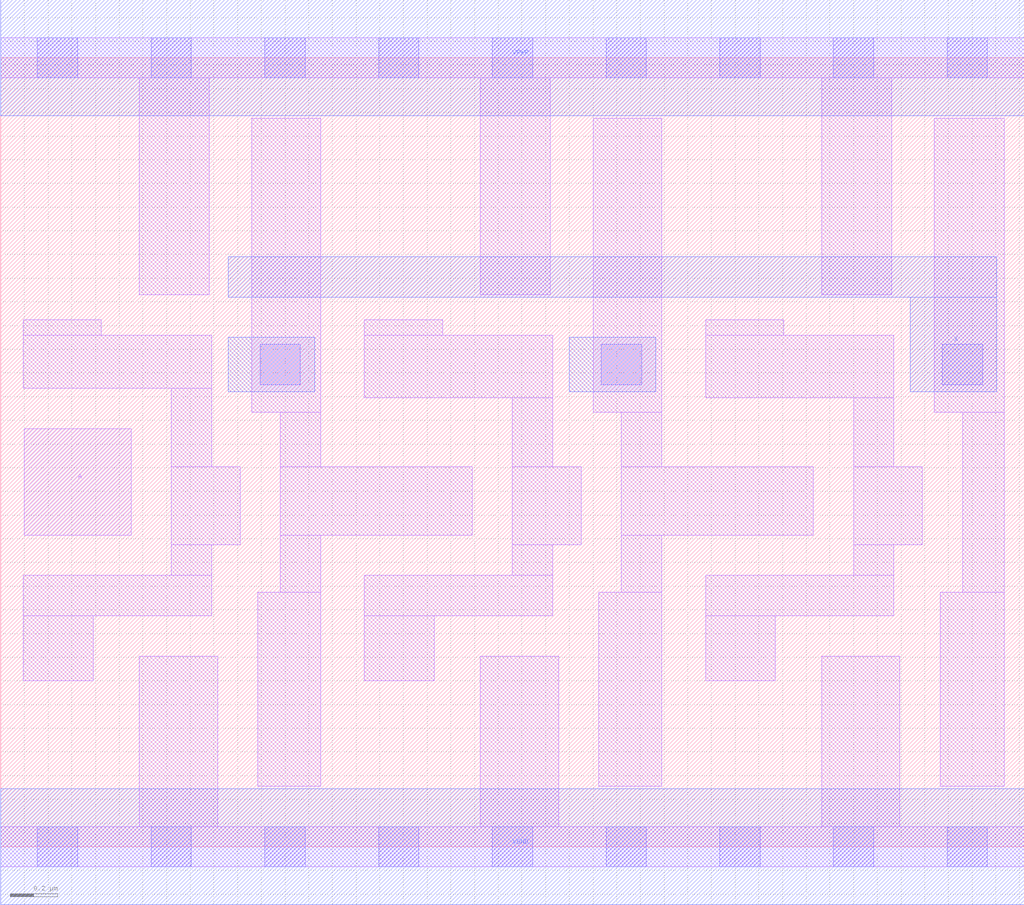
<source format=lef>
# Copyright 2020 The SkyWater PDK Authors
#
# Licensed under the Apache License, Version 2.0 (the "License");
# you may not use this file except in compliance with the License.
# You may obtain a copy of the License at
#
#     https://www.apache.org/licenses/LICENSE-2.0
#
# Unless required by applicable law or agreed to in writing, software
# distributed under the License is distributed on an "AS IS" BASIS,
# WITHOUT WARRANTIES OR CONDITIONS OF ANY KIND, either express or implied.
# See the License for the specific language governing permissions and
# limitations under the License.
#
# SPDX-License-Identifier: Apache-2.0

VERSION 5.7 ;
  NOWIREEXTENSIONATPIN ON ;
  DIVIDERCHAR "/" ;
  BUSBITCHARS "[]" ;
UNITS
  DATABASE MICRONS 200 ;
END UNITS
MACRO sky130_fd_sc_lp__dlymetal6s6s_1
  CLASS CORE ;
  FOREIGN sky130_fd_sc_lp__dlymetal6s6s_1 ;
  ORIGIN  0.000000  0.000000 ;
  SIZE  4.320000 BY  3.330000 ;
  SYMMETRY X Y R90 ;
  SITE unit ;
  PIN A
    ANTENNAGATEAREA  0.126000 ;
    DIRECTION INPUT ;
    USE SIGNAL ;
    PORT
      LAYER li1 ;
        RECT 0.100000 1.315000 0.550000 1.765000 ;
    END
  END A
  PIN X
    ANTENNADIFFAREA  0.556500 ;
    DIRECTION OUTPUT ;
    USE SIGNAL ;
    PORT
      LAYER met1 ;
        RECT 0.960000 2.320000 4.205000 2.490000 ;
        RECT 3.840000 1.920000 4.205000 2.320000 ;
    END
  END X
  PIN VGND
    DIRECTION INOUT ;
    USE GROUND ;
    PORT
      LAYER met1 ;
        RECT 0.000000 -0.245000 4.320000 0.245000 ;
    END
  END VGND
  PIN VPWR
    DIRECTION INOUT ;
    USE POWER ;
    PORT
      LAYER met1 ;
        RECT 0.000000 3.085000 4.320000 3.575000 ;
    END
  END VPWR
  OBS
    LAYER li1 ;
      RECT 0.000000 -0.085000 4.320000 0.085000 ;
      RECT 0.000000  3.245000 4.320000 3.415000 ;
      RECT 0.095000  0.700000 0.390000 0.975000 ;
      RECT 0.095000  0.975000 0.890000 1.145000 ;
      RECT 0.095000  1.935000 0.890000 2.160000 ;
      RECT 0.095000  2.160000 0.425000 2.225000 ;
      RECT 0.585000  0.085000 0.915000 0.805000 ;
      RECT 0.585000  2.330000 0.880000 3.245000 ;
      RECT 0.720000  1.145000 0.890000 1.275000 ;
      RECT 0.720000  1.275000 1.010000 1.605000 ;
      RECT 0.720000  1.605000 0.890000 1.935000 ;
      RECT 1.060000  1.835000 1.350000 3.075000 ;
      RECT 1.085000  0.255000 1.350000 1.075000 ;
      RECT 1.180000  1.075000 1.350000 1.315000 ;
      RECT 1.180000  1.315000 1.990000 1.605000 ;
      RECT 1.180000  1.605000 1.350000 1.835000 ;
      RECT 1.535000  0.700000 1.830000 0.975000 ;
      RECT 1.535000  0.975000 2.330000 1.145000 ;
      RECT 1.535000  1.895000 2.330000 2.160000 ;
      RECT 1.535000  2.160000 1.865000 2.225000 ;
      RECT 2.025000  0.085000 2.355000 0.805000 ;
      RECT 2.025000  2.330000 2.320000 3.245000 ;
      RECT 2.160000  1.145000 2.330000 1.275000 ;
      RECT 2.160000  1.275000 2.450000 1.605000 ;
      RECT 2.160000  1.605000 2.330000 1.895000 ;
      RECT 2.500000  1.835000 2.790000 3.075000 ;
      RECT 2.525000  0.255000 2.790000 1.075000 ;
      RECT 2.620000  1.075000 2.790000 1.315000 ;
      RECT 2.620000  1.315000 3.430000 1.605000 ;
      RECT 2.620000  1.605000 2.790000 1.835000 ;
      RECT 2.975000  0.700000 3.270000 0.975000 ;
      RECT 2.975000  0.975000 3.770000 1.145000 ;
      RECT 2.975000  1.895000 3.770000 2.160000 ;
      RECT 2.975000  2.160000 3.305000 2.225000 ;
      RECT 3.465000  0.085000 3.795000 0.805000 ;
      RECT 3.465000  2.330000 3.760000 3.245000 ;
      RECT 3.600000  1.145000 3.770000 1.275000 ;
      RECT 3.600000  1.275000 3.890000 1.605000 ;
      RECT 3.600000  1.605000 3.770000 1.895000 ;
      RECT 3.940000  1.835000 4.235000 3.075000 ;
      RECT 3.965000  0.255000 4.235000 1.075000 ;
      RECT 4.060000  1.075000 4.235000 1.835000 ;
    LAYER mcon ;
      RECT 0.155000 -0.085000 0.325000 0.085000 ;
      RECT 0.155000  3.245000 0.325000 3.415000 ;
      RECT 0.635000 -0.085000 0.805000 0.085000 ;
      RECT 0.635000  3.245000 0.805000 3.415000 ;
      RECT 1.095000  1.950000 1.265000 2.120000 ;
      RECT 1.115000 -0.085000 1.285000 0.085000 ;
      RECT 1.115000  3.245000 1.285000 3.415000 ;
      RECT 1.595000 -0.085000 1.765000 0.085000 ;
      RECT 1.595000  3.245000 1.765000 3.415000 ;
      RECT 2.075000 -0.085000 2.245000 0.085000 ;
      RECT 2.075000  3.245000 2.245000 3.415000 ;
      RECT 2.535000  1.950000 2.705000 2.120000 ;
      RECT 2.555000 -0.085000 2.725000 0.085000 ;
      RECT 2.555000  3.245000 2.725000 3.415000 ;
      RECT 3.035000 -0.085000 3.205000 0.085000 ;
      RECT 3.035000  3.245000 3.205000 3.415000 ;
      RECT 3.515000 -0.085000 3.685000 0.085000 ;
      RECT 3.515000  3.245000 3.685000 3.415000 ;
      RECT 3.975000  1.950000 4.145000 2.120000 ;
      RECT 3.995000 -0.085000 4.165000 0.085000 ;
      RECT 3.995000  3.245000 4.165000 3.415000 ;
    LAYER met1 ;
      RECT 0.960000 1.920000 1.325000 2.150000 ;
      RECT 2.400000 1.920000 2.765000 2.150000 ;
  END
END sky130_fd_sc_lp__dlymetal6s6s_1
END LIBRARY

</source>
